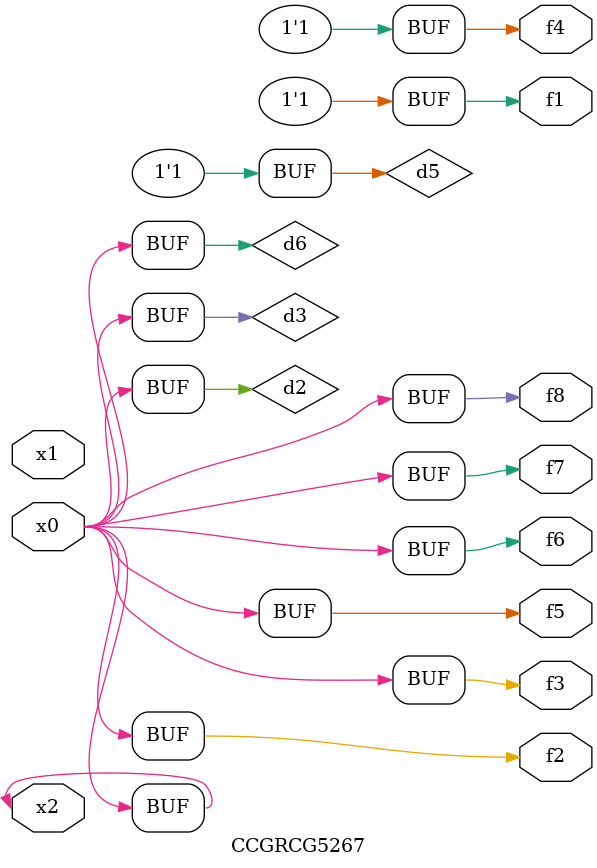
<source format=v>
module CCGRCG5267(
	input x0, x1, x2,
	output f1, f2, f3, f4, f5, f6, f7, f8
);

	wire d1, d2, d3, d4, d5, d6;

	xnor (d1, x2);
	buf (d2, x0, x2);
	and (d3, x0);
	xnor (d4, x1, x2);
	nand (d5, d1, d3);
	buf (d6, d2, d3);
	assign f1 = d5;
	assign f2 = d6;
	assign f3 = d6;
	assign f4 = d5;
	assign f5 = d6;
	assign f6 = d6;
	assign f7 = d6;
	assign f8 = d6;
endmodule

</source>
